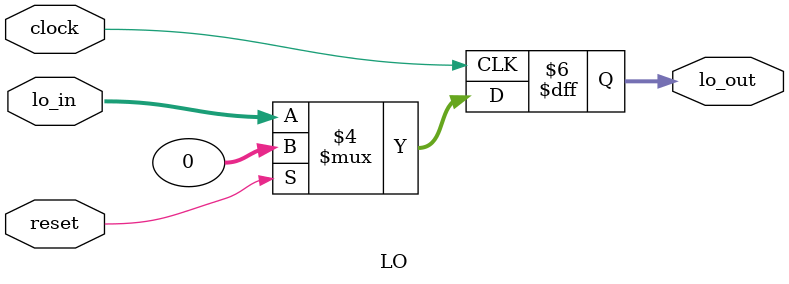
<source format=v>
module LO
(lo_in,lo_out,clock,reset);

input [31:0] lo_in;
input clock, reset;
output reg [31:0] lo_out;
	
initial begin
	lo_out = 32'b00000000000000000000000000000000;
end
always@(posedge clock)
begin
if (reset)
	lo_out = 32'b00000000000000000000000000000000;
else
	lo_out = lo_in;
end
endmodule
</source>
